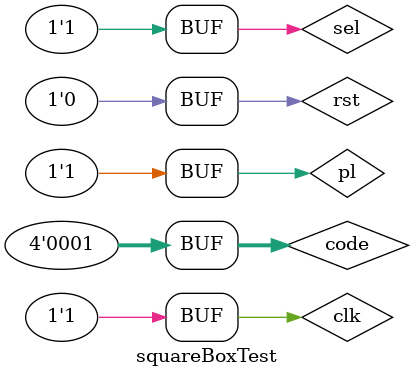
<source format=sv>
module squareBoxTest();
	logic [3:0] code;
	logic sel,pl,rst,clk;
	logic [1:0] out;
	squareBox #(.id_code(4'b0000)) myBox (.code(code), .sel(sel),.pl(pl),.rst(rst),.clk(clk), .out(out));
	initial begin
		code=4'b0000;
		rst=1'b1;
		pl=1'b0;
		sel=1'b0;
		clk=1'b0;
		
		#10;
		rst=1'b0;
		#10;
		sel=1'b1;
		#10;
		clk=1'b1;
		#10;
		pl=1'b1;
		clk=1'b0;
		#10;
		clk=1'b1;
		#10;
		
		code=4'b0000;
		rst=1'b1;
		pl=1'b1;
		sel=1'b0;
		clk=1'b0;
		
		#10;
		rst=1'b0;
		#10;
		sel=1'b1;
		#10;
		clk=1'b1;
		#10;
		pl=1'b0;
		clk=1'b0;
		#10;
		clk=1'b1;
		#10;
		
		code=4'b0001;
		rst=1'b1;
		pl=1'b0;
		sel=1'b0;
		clk=1'b0;
		
		#10;
		rst=1'b0;
		#10;
		sel=1'b1;
		#10;
		clk=1'b1;
		#10;
		pl=1'b1;
		clk=1'b0;
		#10;
		clk=1'b1;
		#10;
		
		
	end

endmodule

</source>
